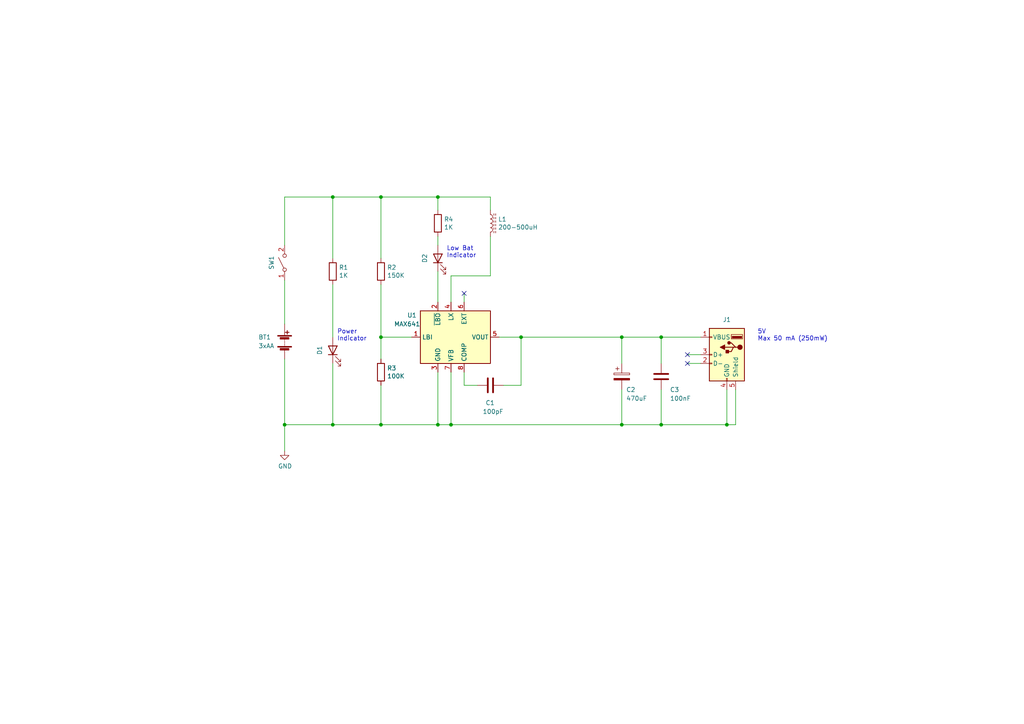
<source format=kicad_sch>
(kicad_sch (version 20211123) (generator eeschema)
  (paper "A4")
  (title_block (title "Batteries 3xAA to 5V Step Up") (date "2023-01-22") (rev "1.0") (company "Cool Inc.") (comment 1 "Low Power"))
  (lib_symbols
    (symbol "BatteriesStepUp:MAX641"
      (property "Reference" "U" (at -7.62 8.89 0))
      (property "Value" "MAX641" (at 6.35 8.89 0))
      (symbol "MAX641_0_1"
        (rectangle (start -8.89 7.62) (end 11.43 -7.62) (stroke (width 0.254)) (fill (type background)))
      )
      (symbol "MAX641_1_1"
        (pin input line (at -11.43 0 0) (length 2.54) (name "LBI") (number "1"))
        (pin output line (at -3.81 10.16 270) (length 2.54) (name "~{LBO}") (number "2"))
        (pin power_in line (at -3.81 -10.16 90) (length 2.54) (name "GND") (number "3"))
        (pin power_in line (at 0 10.16 270) (length 2.54) (name "LX") (number "4"))
        (pin power_out line (at 13.97 0 180) (length 2.54) (name "VOUT") (number "5"))
        (pin open_emitter line (at 3.81 10.16 270) (length 2.54) (name "EXT") (number "6"))
        (pin input line (at 0 -10.16 90) (length 2.54) (name "VFB") (number "7"))
        (pin input line (at 3.81 -10.16 90) (length 2.54) (name "COMP") (number "8"))
      )
    )
    (symbol "Connector:USB_A" (pin_names (offset 1.016))
      (property "Reference" "J" (at -5.08 11.43 0))
      (property "Value" "USB_A" (at -5.08 8.89 0))
      (symbol "USB_A_0_1"
        (rectangle (start -5.08 -7.62) (end 5.08 7.62) (stroke (width 0.254)) (fill (type background)))
        (circle (center -3.81 2.159) (radius 0.635) (stroke (width 0.254)) (fill (type outline)))
        (rectangle (start -1.524 4.826) (end -4.318 5.334) (fill (type outline)))
        (rectangle (start -1.27 4.572) (end -4.572 5.842))
        (circle (center -0.635 3.429) (radius 0.381) (stroke (width 0.254)) (fill (type outline)))
        (rectangle (start -0.127 -7.62) (end 0.127 -6.858))
        (polyline (pts (xy -3.175 2.159) (xy -2.54 2.159) (xy -1.27 3.429) (xy -0.635 3.429)) (stroke (width 0.254)))
        (polyline (pts (xy -2.54 2.159) (xy -1.905 2.159) (xy -1.27 0.889) (xy 0 0.889)) (stroke (width 0.254)))
        (polyline (pts (xy 0.635 2.794) (xy 0.635 1.524) (xy 1.905 2.159) (xy 0.635 2.794)) (stroke (width 0.254)) (fill (type outline)))
        (rectangle (start 0.254 1.27) (end -0.508 0.508) (stroke (width 0.254)) (fill (type outline)))
        (rectangle (start 5.08 -2.667) (end 4.318 -2.413))
        (rectangle (start 5.08 -0.127) (end 4.318 0.127))
        (rectangle (start 5.08 4.953) (end 4.318 5.207))
      )
      (symbol "USB_A_1_1"
        (polyline (pts (xy -1.905 2.159) (xy 0.635 2.159)) (stroke (width 0.254)))
        (pin power_in line (at 7.62 5.08 180) (length 2.54) (name "VBUS") (number "1"))
        (pin bidirectional line (at 7.62 -2.54 180) (length 2.54) (name "D-") (number "2"))
        (pin bidirectional line (at 7.62 0 180) (length 2.54) (name "D+") (number "3"))
        (pin power_in line (at 0 -10.16 90) (length 2.54) (name "GND") (number "4"))
        (pin passive line (at -2.54 -10.16 90) (length 2.54) (name "Shield") (number "5"))
      )
    )
    (symbol "Device:Battery" (pin_numbers hide) (pin_names (offset 0) hide)
      (property "Reference" "BT" (at 2.54 2.54 0))
      (property "Value" "Battery" (at 2.54 0 0))
      (symbol "Battery_0_1"
        (rectangle (start -2.032 -1.397) (end 2.032 -1.651) (fill (type outline)))
        (rectangle (start -2.032 1.778) (end 2.032 1.524) (fill (type outline)))
        (rectangle (start -1.3208 -1.9812) (end 1.27 -2.4892) (fill (type outline)))
        (rectangle (start -1.3208 1.1938) (end 1.27 0.6858) (fill (type outline)))
        (polyline (pts (xy 0 -1.524) (xy 0 -1.27)))
        (polyline (pts (xy 0 -1.016) (xy 0 -0.762)))
        (polyline (pts (xy 0 -0.508) (xy 0 -0.254)))
        (polyline (pts (xy 0 0) (xy 0 0.254)))
        (polyline (pts (xy 0 0.508) (xy 0 0.762)))
        (polyline (pts (xy 0 1.778) (xy 0 2.54)))
        (polyline (pts (xy 0.254 2.667) (xy 1.27 2.667)) (stroke (width 0.254)))
        (polyline (pts (xy 0.762 3.175) (xy 0.762 2.159)) (stroke (width 0.254)))
      )
      (symbol "Battery_1_1"
        (pin passive line (at 0 5.08 270) (length 2.54) (name "+") (number "1"))
        (pin passive line (at 0 -5.08 90) (length 2.54) (name "-") (number "2"))
      )
    )
    (symbol "Device:C" (pin_numbers hide) (pin_names (offset 0.254))
      (property "Reference" "C" (at 0.635 2.54 0))
      (property "Value" "C" (at 0.635 -2.54 0))
      (symbol "C_0_1"
        (polyline (pts (xy -2.032 -0.762) (xy 2.032 -0.762)) (stroke (width 0.508)))
        (polyline (pts (xy -2.032 0.762) (xy 2.032 0.762)) (stroke (width 0.508)))
      )
      (symbol "C_1_1"
        (pin passive line (at 0 3.81 270) (length 2.794) (name "~") (number "1"))
        (pin passive line (at 0 -3.81 90) (length 2.794) (name "~") (number "2"))
      )
    )
    (symbol "Device:C_Polarized" (pin_numbers hide) (pin_names (offset 0.254))
      (property "Reference" "C" (at 0.635 2.54 0))
      (property "Value" "C_Polarized" (at 0.635 -2.54 0))
      (symbol "C_Polarized_0_1"
        (rectangle (start -2.286 0.508) (end 2.286 1.016))
        (polyline (pts (xy -1.778 2.286) (xy -0.762 2.286)))
        (polyline (pts (xy -1.27 2.794) (xy -1.27 1.778)))
        (rectangle (start 2.286 -0.508) (end -2.286 -1.016) (fill (type outline)))
      )
      (symbol "C_Polarized_1_1"
        (pin passive line (at 0 3.81 270) (length 2.794) (name "~") (number "1"))
        (pin passive line (at 0 -3.81 90) (length 2.794) (name "~") (number "2"))
      )
    )
    (symbol "Device:LED" (pin_numbers hide) (pin_names (offset 1.016) hide)
      (property "Reference" "D" (at 0 2.54 0))
      (property "Value" "LED" (at 0 -2.54 0))
      (symbol "LED_0_1"
        (polyline (pts (xy -1.27 -1.27) (xy -1.27 1.27)) (stroke (width 0.254)))
        (polyline (pts (xy -1.27 0) (xy 1.27 0)))
        (polyline (pts (xy 1.27 -1.27) (xy 1.27 1.27) (xy -1.27 0) (xy 1.27 -1.27)) (stroke (width 0.254)))
        (polyline (pts (xy -3.048 -0.762) (xy -4.572 -2.286) (xy -3.81 -2.286) (xy -4.572 -2.286) (xy -4.572 -1.524)))
        (polyline (pts (xy -1.778 -0.762) (xy -3.302 -2.286) (xy -2.54 -2.286) (xy -3.302 -2.286) (xy -3.302 -1.524)))
      )
      (symbol "LED_1_1"
        (pin passive line (at -3.81 0 0) (length 2.54) (name "K") (number "1"))
        (pin passive line (at 3.81 0 180) (length 2.54) (name "A") (number "2"))
      )
    )
    (symbol "Device:L_Ferrite" (pin_numbers hide) (pin_names (offset 1.016) hide)
      (property "Reference" "L" (at -1.27 0 90))
      (property "Value" "L_Ferrite" (at 2.794 0 90))
      (symbol "L_Ferrite_0_1"
        (arc (start 0 -2.54) (mid 0.635 -1.905) (end 0 -1.27))
        (arc (start 0 -1.27) (mid 0.635 -0.635) (end 0 0))
        (polyline (pts (xy 1.016 -2.794) (xy 1.016 -2.286)))
        (polyline (pts (xy 1.016 -1.778) (xy 1.016 -1.27)))
        (polyline (pts (xy 1.016 -0.762) (xy 1.016 -0.254)))
        (polyline (pts (xy 1.016 0.254) (xy 1.016 0.762)))
        (polyline (pts (xy 1.016 1.27) (xy 1.016 1.778)))
        (polyline (pts (xy 1.016 2.286) (xy 1.016 2.794)))
        (polyline (pts (xy 1.524 -2.286) (xy 1.524 -2.794)))
        (polyline (pts (xy 1.524 -1.27) (xy 1.524 -1.778)))
        (polyline (pts (xy 1.524 -0.254) (xy 1.524 -0.762)))
        (polyline (pts (xy 1.524 0.762) (xy 1.524 0.254)))
        (polyline (pts (xy 1.524 1.778) (xy 1.524 1.27)))
        (polyline (pts (xy 1.524 2.794) (xy 1.524 2.286)))
        (arc (start 0 0) (mid 0.635 0.635) (end 0 1.27))
        (arc (start 0 1.27) (mid 0.635 1.905) (end 0 2.54))
      )
      (symbol "L_Ferrite_1_1"
        (pin passive line (at 0 3.81 270) (length 1.27) (name "1") (number "1"))
        (pin passive line (at 0 -3.81 90) (length 1.27) (name "2") (number "2"))
      )
    )
    (symbol "Device:R" (pin_numbers hide) (pin_names (offset 0))
      (property "Reference" "R" (at 2.032 0 90))
      (property "Value" "R" (at 0 0 90))
      (symbol "R_0_1"
        (rectangle (start -1.016 -2.54) (end 1.016 2.54) (stroke (width 0.254)))
      )
      (symbol "R_1_1"
        (pin passive line (at 0 3.81 270) (length 1.27) (name "~") (number "1"))
        (pin passive line (at 0 -3.81 90) (length 1.27) (name "~") (number "2"))
      )
    )
    (symbol "Switch:SW_SPST" (pin_names (offset 0) hide)
      (property "Reference" "SW" (at 0 3.175 0))
      (property "Value" "SW_SPST" (at 0 -2.54 0))
      (symbol "SW_SPST_0_0"
        (circle (center -2.032 0) (radius 0.508))
        (polyline (pts (xy -1.524 0.254) (xy 1.524 1.778)))
        (circle (center 2.032 0) (radius 0.508))
      )
      (symbol "SW_SPST_1_1"
        (pin passive line (at -5.08 0 0) (length 2.54) (name "A") (number "1"))
        (pin passive line (at 5.08 0 180) (length 2.54) (name "B") (number "2"))
      )
    )
    (symbol "power:GND" (power) (pin_names (offset 0))
      (property "Value" "GND" (at 0 -3.81 0))
      (symbol "GND_0_1"
        (polyline (pts (xy 0 0) (xy 0 -1.27) (xy 1.27 -1.27) (xy 0 -2.54) (xy -1.27 -1.27) (xy 0 -1.27)))
      )
      (symbol "GND_1_1"
        (pin power_in line (at 0 0 270) (length 0) hide (name "GND") (number "1"))
      )
    )
  )
  (junction (at 110.49 97.79))
  (junction (at 151.13 97.79))
  (junction (at 191.77 123.19))
  (junction (at 127 123.19))
  (junction (at 96.52 123.19))
  (junction (at 110.49 57.15))
  (junction (at 110.49 123.19))
  (junction (at 127 57.15))
  (junction (at 180.34 123.19))
  (junction (at 191.77 97.79))
  (junction (at 130.81 123.19))
  (junction (at 180.34 97.79))
  (junction (at 210.82 123.19))
  (junction (at 82.55 123.19))
  (junction (at 96.52 57.15))
  (no_connect (at 134.62 85.09))
  (no_connect (at 199.39 102.87))
  (no_connect (at 199.39 105.41))
  (wire (pts (xy 144.78 97.79) (xy 151.13 97.79)))
  (wire (pts (xy 130.81 107.95) (xy 130.81 123.19)))
  (wire (pts (xy 142.24 68.58) (xy 142.24 80.01)))
  (wire (pts (xy 180.34 97.79) (xy 180.34 105.41)))
  (wire (pts (xy 96.52 105.41) (xy 96.52 123.19)))
  (wire (pts (xy 151.13 111.76) (xy 151.13 97.79)))
  (wire (pts (xy 127 71.12) (xy 127 68.58)))
  (wire (pts (xy 110.49 97.79) (xy 110.49 104.14)))
  (wire (pts (xy 96.52 123.19) (xy 82.55 123.19)))
  (wire (pts (xy 199.39 105.41) (xy 203.2 105.41)))
  (wire (pts (xy 130.81 123.19) (xy 180.34 123.19)))
  (wire (pts (xy 127 87.63) (xy 127 78.74)))
  (wire (pts (xy 191.77 97.79) (xy 191.77 105.41)))
  (wire (pts (xy 82.55 71.12) (xy 82.55 57.15)))
  (wire (pts (xy 213.36 113.03) (xy 213.36 123.19)))
  (wire (pts (xy 110.49 57.15) (xy 127 57.15)))
  (wire (pts (xy 110.49 82.55) (xy 110.49 97.79)))
  (wire (pts (xy 191.77 97.79) (xy 203.2 97.79)))
  (wire (pts (xy 146.05 111.76) (xy 151.13 111.76)))
  (wire (pts (xy 96.52 82.55) (xy 96.52 97.79)))
  (wire (pts (xy 191.77 113.03) (xy 191.77 123.19)))
  (wire (pts (xy 127 57.15) (xy 142.24 57.15)))
  (wire (pts (xy 213.36 123.19) (xy 210.82 123.19)))
  (wire (pts (xy 82.55 123.19) (xy 82.55 130.81)))
  (wire (pts (xy 96.52 57.15) (xy 110.49 57.15)))
  (wire (pts (xy 127 60.96) (xy 127 57.15)))
  (wire (pts (xy 130.81 80.01) (xy 130.81 87.63)))
  (wire (pts (xy 210.82 113.03) (xy 210.82 123.19)))
  (wire (pts (xy 82.55 104.14) (xy 82.55 123.19)))
  (wire (pts (xy 127 123.19) (xy 110.49 123.19)))
  (wire (pts (xy 134.62 111.76) (xy 138.43 111.76)))
  (wire (pts (xy 82.55 57.15) (xy 96.52 57.15)))
  (wire (pts (xy 82.55 81.28) (xy 82.55 93.98)))
  (wire (pts (xy 180.34 123.19) (xy 191.77 123.19)))
  (wire (pts (xy 96.52 74.93) (xy 96.52 57.15)))
  (wire (pts (xy 119.38 97.79) (xy 110.49 97.79)))
  (wire (pts (xy 180.34 113.03) (xy 180.34 123.19)))
  (wire (pts (xy 199.39 102.87) (xy 203.2 102.87)))
  (wire (pts (xy 151.13 97.79) (xy 180.34 97.79)))
  (wire (pts (xy 127 107.95) (xy 127 123.19)))
  (wire (pts (xy 134.62 85.09) (xy 134.62 87.63)))
  (wire (pts (xy 130.81 123.19) (xy 127 123.19)))
  (wire (pts (xy 180.34 97.79) (xy 191.77 97.79)))
  (wire (pts (xy 110.49 111.76) (xy 110.49 123.19)))
  (wire (pts (xy 110.49 74.93) (xy 110.49 57.15)))
  (wire (pts (xy 142.24 57.15) (xy 142.24 60.96)))
  (wire (pts (xy 134.62 107.95) (xy 134.62 111.76)))
  (wire (pts (xy 110.49 123.19) (xy 96.52 123.19)))
  (wire (pts (xy 191.77 123.19) (xy 210.82 123.19)))
  (wire (pts (xy 142.24 80.01) (xy 130.81 80.01)))
  (text "Low Bat\nIndicator" (at 129.54 74.93 0) (effects (font (size 1.27 1.27)) (justify left bottom)))
  (text "Power\nIndicator" (at 97.79 99.06 0) (effects (font (size 1.27 1.27)) (justify left bottom)))
  (text "5V\nMax 50 mA (250mW)" (at 219.71 99.06 0) (effects (font (size 1.27 1.27)) (justify left bottom)))
  (symbol (lib_id "Device:R") (at 127 64.77 0) (unit 1)
    (property "Reference" "R4" (at 128.778 63.6016 0) (effects (justify left)))
    (property "Value" "1K" (at 128.778 65.913 0) (effects (justify left)))
    (property "Footprint" "Resistor_THT:R_Axial_DIN0207_L6.3mm_D2.5mm_P10.16mm_Horizontal" (effects hide))
  )
  (symbol (lib_id "Device:LED") (at 127 74.93 90) (unit 1)
    (property "Reference" "D2" (at 123.19 74.93 0))
    (property "Value" "LED" (effects hide))
    (property "Footprint" "LED_THT:LED_D3.0mm" (effects hide))
  )
  (symbol (lib_id "Device:C") (at 191.77 109.22 0) (unit 1)
    (property "Reference" "C3" (at 194.31 113.03 0) (effects (justify left)))
    (property "Value" "100nF" (at 194.31 115.57 0) (effects (justify left)))
    (property "Footprint" "Capacitor_THT:C_Disc_D5.0mm_W2.5mm_P5.00mm" (effects hide))
  )
  (symbol (lib_id "Device:C_Polarized") (at 180.34 109.22 0) (unit 1)
    (property "Reference" "C2" (at 181.61 113.03 0) (effects (justify left)))
    (property "Value" "470uF" (at 181.61 115.57 0) (effects (justify left)))
    (property "Footprint" "Capacitor_THT:CP_Radial_D10.0mm_P5.00mm" (effects hide))
  )
  (symbol (lib_id "Device:L_Ferrite") (at 142.24 64.77 0) (unit 1)
    (property "Reference" "L1" (at 144.4752 63.6016 0) (effects (justify left)))
    (property "Value" "200-500uH" (at 144.4752 65.913 0) (effects (justify left)))
    (property "Footprint" "Inductor_THT:L_Radial_D8.7mm_P5.00mm_Fastron_07HCP" (effects hide))
  )
  (symbol (lib_id "Connector:USB_A") (at 210.82 102.87 0) (mirror y) (unit 1)
    (property "Reference" "J1" (at 210.82 92.71 0))
    (property "Value" "USB_A" (effects hide))
    (property "Footprint" "Connector_USB:USB_A_Stewart_SS-52100-001_Horizontal" (effects hide))
    (property "Datasheet" " ~" (effects hide))
  )
  (symbol (lib_id "Device:Battery") (at 82.55 99.06 0) (unit 1)
    (property "Reference" "BT1" (at 74.93 97.79 0) (effects (justify left)))
    (property "Value" "3xAA" (at 74.93 100.33 0) (effects (justify left)))
    (property "Footprint" "Battery:BatteryHolder_TruPower_BH-331P_3xAA" (effects hide))
  )
  (symbol (lib_id "Switch:SW_SPST") (at 82.55 76.2 90) (unit 1)
    (property "Reference" "SW1" (at 78.74 76.2 0))
    (property "Value" "SW_SPST" (effects hide))
    (property "Footprint" "Connector_PinSocket_2.54mm:PinSocket_1x02_P2.54mm_Vertical" (effects hide))
  )
  (symbol (lib_id "power:GND") (at 82.55 130.81 0) (unit 1)
    (property "Reference" "#PWR01" (effects hide))
    (property "Value" "GND" (at 82.677 135.2042 0))
  )
  (symbol (lib_id "Device:R") (at 110.49 78.74 0) (unit 1)
    (property "Reference" "R2" (at 112.268 77.5716 0) (effects (justify left)))
    (property "Value" "150K" (at 112.268 79.883 0) (effects (justify left)))
    (property "Footprint" "Resistor_THT:R_Axial_DIN0207_L6.3mm_D2.5mm_P10.16mm_Horizontal" (effects hide))
  )
  (symbol (lib_id "Device:R") (at 110.49 107.95 0) (unit 1)
    (property "Reference" "R3" (at 112.268 106.7816 0) (effects (justify left)))
    (property "Value" "100K" (at 112.268 109.093 0) (effects (justify left)))
    (property "Footprint" "Resistor_THT:R_Axial_DIN0207_L6.3mm_D2.5mm_P10.16mm_Horizontal" (effects hide))
  )
  (symbol (lib_id "BatteriesStepUp:MAX641") (at 130.81 97.79 0) (unit 1)
    (property "Reference" "U1" (at 118.11 91.44 0) (effects (justify left)))
    (property "Value" "MAX641" (at 114.3 93.98 0) (effects (justify left)))
    (property "Footprint" "Package_SO:SOIC-8_3.9x4.9mm_P1.27mm" (effects hide))
    (property "Datasheet" "https://www.analog.com/media/en/technical-documentation/data-sheets/MAX641-MAX643.pdf?ADICID=SYND_WW_P682800_PF-spglobal" (effects hide))
  )
  (symbol (lib_id "Device:C") (at 142.24 111.76 90) (unit 1)
    (property "Reference" "C1" (at 143.51 116.84 90) (effects (justify left)))
    (property "Value" "100pF" (at 146.05 119.38 90) (effects (justify left)))
    (property "Footprint" "Capacitor_THT:C_Disc_D5.0mm_W2.5mm_P5.00mm" (effects hide))
  )
  (symbol (lib_id "Device:R") (at 96.52 78.74 0) (unit 1)
    (property "Reference" "R1" (at 98.298 77.5716 0) (effects (justify left)))
    (property "Value" "1K" (at 98.298 79.883 0) (effects (justify left)))
    (property "Footprint" "Resistor_THT:R_Axial_DIN0207_L6.3mm_D2.5mm_P10.16mm_Horizontal" (effects hide))
  )
  (symbol (lib_id "Device:LED") (at 96.52 101.6 90) (unit 1)
    (property "Reference" "D1" (at 92.71 101.6 0))
    (property "Value" "LED" (effects hide))
    (property "Footprint" "LED_THT:LED_D3.0mm" (effects hide))
  )
)
</source>
